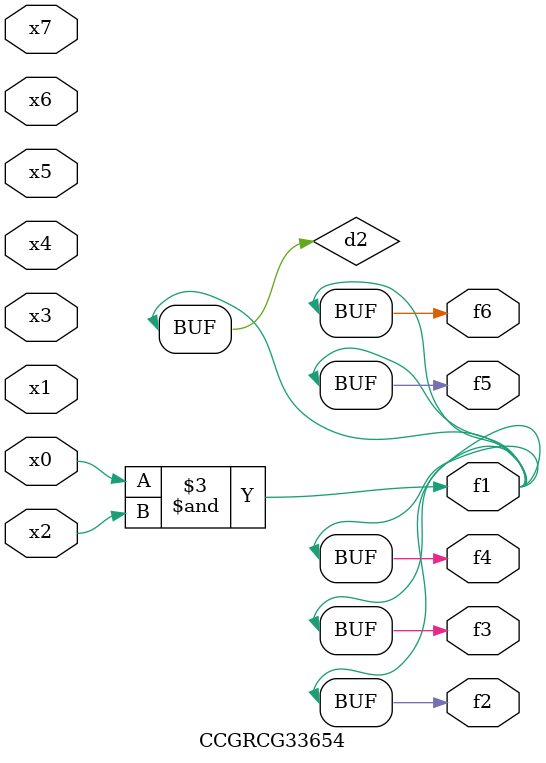
<source format=v>
module CCGRCG33654(
	input x0, x1, x2, x3, x4, x5, x6, x7,
	output f1, f2, f3, f4, f5, f6
);

	wire d1, d2;

	nor (d1, x3, x6);
	and (d2, x0, x2);
	assign f1 = d2;
	assign f2 = d2;
	assign f3 = d2;
	assign f4 = d2;
	assign f5 = d2;
	assign f6 = d2;
endmodule

</source>
